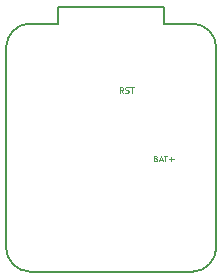
<source format=gbr>
%TF.GenerationSoftware,KiCad,Pcbnew,9.0.6*%
%TF.CreationDate,2025-12-30T20:42:03+01:00*%
%TF.ProjectId,right,72696768-742e-46b6-9963-61645f706362,v1.0.0*%
%TF.SameCoordinates,Original*%
%TF.FileFunction,Legend,Top*%
%TF.FilePolarity,Positive*%
%FSLAX46Y46*%
G04 Gerber Fmt 4.6, Leading zero omitted, Abs format (unit mm)*
G04 Created by KiCad (PCBNEW 9.0.6) date 2025-12-30 20:42:03*
%MOMM*%
%LPD*%
G01*
G04 APERTURE LIST*
%ADD10C,0.100000*%
%ADD11C,0.127000*%
G04 APERTURE END LIST*
D10*
X161766431Y-95864212D02*
X161837859Y-95888022D01*
X161837859Y-95888022D02*
X161861669Y-95911831D01*
X161861669Y-95911831D02*
X161885478Y-95959450D01*
X161885478Y-95959450D02*
X161885478Y-96030879D01*
X161885478Y-96030879D02*
X161861669Y-96078498D01*
X161861669Y-96078498D02*
X161837859Y-96102308D01*
X161837859Y-96102308D02*
X161790240Y-96126117D01*
X161790240Y-96126117D02*
X161599764Y-96126117D01*
X161599764Y-96126117D02*
X161599764Y-95626117D01*
X161599764Y-95626117D02*
X161766431Y-95626117D01*
X161766431Y-95626117D02*
X161814050Y-95649927D01*
X161814050Y-95649927D02*
X161837859Y-95673736D01*
X161837859Y-95673736D02*
X161861669Y-95721355D01*
X161861669Y-95721355D02*
X161861669Y-95768974D01*
X161861669Y-95768974D02*
X161837859Y-95816593D01*
X161837859Y-95816593D02*
X161814050Y-95840403D01*
X161814050Y-95840403D02*
X161766431Y-95864212D01*
X161766431Y-95864212D02*
X161599764Y-95864212D01*
X162075955Y-95983260D02*
X162314050Y-95983260D01*
X162028336Y-96126117D02*
X162195002Y-95626117D01*
X162195002Y-95626117D02*
X162361669Y-96126117D01*
X162456907Y-95626117D02*
X162742621Y-95626117D01*
X162599764Y-96126117D02*
X162599764Y-95626117D01*
X162909287Y-95935641D02*
X163290240Y-95935641D01*
X163099763Y-96126117D02*
X163099763Y-95745165D01*
X158996194Y-90326113D02*
X158829528Y-90088018D01*
X158710480Y-90326113D02*
X158710480Y-89826113D01*
X158710480Y-89826113D02*
X158900956Y-89826113D01*
X158900956Y-89826113D02*
X158948575Y-89849923D01*
X158948575Y-89849923D02*
X158972385Y-89873732D01*
X158972385Y-89873732D02*
X158996194Y-89921351D01*
X158996194Y-89921351D02*
X158996194Y-89992780D01*
X158996194Y-89992780D02*
X158972385Y-90040399D01*
X158972385Y-90040399D02*
X158948575Y-90064208D01*
X158948575Y-90064208D02*
X158900956Y-90088018D01*
X158900956Y-90088018D02*
X158710480Y-90088018D01*
X159186671Y-90302304D02*
X159258099Y-90326113D01*
X159258099Y-90326113D02*
X159377147Y-90326113D01*
X159377147Y-90326113D02*
X159424766Y-90302304D01*
X159424766Y-90302304D02*
X159448575Y-90278494D01*
X159448575Y-90278494D02*
X159472385Y-90230875D01*
X159472385Y-90230875D02*
X159472385Y-90183256D01*
X159472385Y-90183256D02*
X159448575Y-90135637D01*
X159448575Y-90135637D02*
X159424766Y-90111827D01*
X159424766Y-90111827D02*
X159377147Y-90088018D01*
X159377147Y-90088018D02*
X159281909Y-90064208D01*
X159281909Y-90064208D02*
X159234290Y-90040399D01*
X159234290Y-90040399D02*
X159210480Y-90016589D01*
X159210480Y-90016589D02*
X159186671Y-89968970D01*
X159186671Y-89968970D02*
X159186671Y-89921351D01*
X159186671Y-89921351D02*
X159210480Y-89873732D01*
X159210480Y-89873732D02*
X159234290Y-89849923D01*
X159234290Y-89849923D02*
X159281909Y-89826113D01*
X159281909Y-89826113D02*
X159400956Y-89826113D01*
X159400956Y-89826113D02*
X159472385Y-89849923D01*
X159615242Y-89826113D02*
X159900956Y-89826113D01*
X159758099Y-90326113D02*
X159758099Y-89826113D01*
D11*
%TO.C,U?*%
X149100006Y-86450008D02*
X149100008Y-103450007D01*
X151100002Y-84450007D02*
X153500007Y-84450007D01*
X151100005Y-105450005D02*
X164900008Y-105450005D01*
X153500007Y-84450007D02*
X153500008Y-83050005D01*
X153500008Y-83050005D02*
X162500006Y-83050008D01*
X162500006Y-83050008D02*
X162500009Y-84450008D01*
X162500009Y-84450008D02*
X164900005Y-84450007D01*
X166900004Y-103450004D02*
X166900002Y-86450005D01*
X149100006Y-86450008D02*
G75*
G02*
X151100002Y-84450007I2050002J-50001D01*
G01*
X151100005Y-105450005D02*
G75*
G02*
X149100008Y-103450007I50000J2049997D01*
G01*
X164900005Y-84450007D02*
G75*
G02*
X166900004Y-86450005I-50000J-2049999D01*
G01*
X166900004Y-103450004D02*
G75*
G02*
X164900008Y-105450005I-2049999J49998D01*
G01*
%TD*%
M02*

</source>
